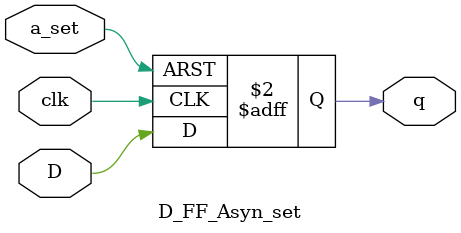
<source format=v>
module D_FF_Asyn_set (D,a_set,clk,q);
 input  D,a_set,clk;
 output reg q;
 //Sequential part
 always @(posedge clk or posedge a_set) begin
    if(a_set)
        q<=1;
    else 
        q<=D;
 end
endmodule
</source>
